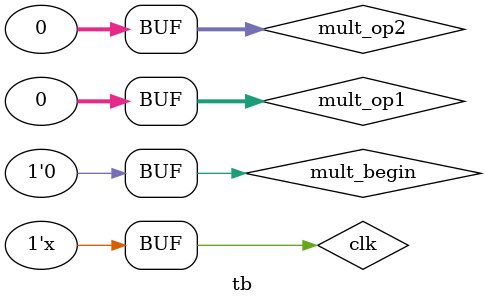
<source format=v>
`timescale 1ns / 1ps


module tb;

    // Inputs
    reg clk;
    reg mult_begin;
    reg [31:0] mult_op1;
    reg [31:0] mult_op2;

    // Outputs
    wire [63:0] product;
    wire mult_end;

    // Instantiate the Unit Under Test (UUT)
    multiply uut (
        .clk(clk), 
        .mult_begin(mult_begin), 
        .mult_op1(mult_op1), 
        .mult_op2(mult_op2), 
        .product(product), 
        .mult_end(mult_end)
    );

    initial begin
         //Initialize Inputs
         clk = 0;
         mult_begin = 0;
         mult_op1 = 0;
         mult_op2 = 0;

        // Wait 100 ns for global reset to finish
        // ÔÚ´Ë´¦¶ÔÊäÈëÐÅºÅÌí¼ÓÊ±Ðò¿ØÖÆ£¬µÃµ½¹¦ÄÜÑéÖ¤µÄ²¨ÐÎ£¬ÑéÖ¤4×é32Î»16½øÖÆÊýµÄ¼ÆËã½á¹û£¬²¢½ØÍ¼±£´æ²¨ÐÎ
        //
        //
        //
        //
        //
        //
        //
        //
        //
        //
        //
        //
        //
        //
        //
        //
        //
        //
        //
        //
        //
        //
        //
        //
        //
        //
        //
        //
        //
        //
        //
        //   
        
    end
   always #5 clk = ~clk; 
endmodule


</source>
